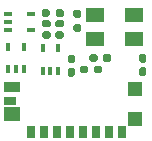
<source format=gtp>
%TF.GenerationSoftware,KiCad,Pcbnew,(5.1.9)-1*%
%TF.CreationDate,2021-08-06T11:33:52+02:00*%
%TF.ProjectId,PumpkinPi,50756d70-6b69-46e5-9069-2e6b69636164,rev?*%
%TF.SameCoordinates,Original*%
%TF.FileFunction,Paste,Top*%
%TF.FilePolarity,Positive*%
%FSLAX46Y46*%
G04 Gerber Fmt 4.6, Leading zero omitted, Abs format (unit mm)*
G04 Created by KiCad (PCBNEW (5.1.9)-1) date 2021-08-06 11:33:52*
%MOMM*%
%LPD*%
G01*
G04 APERTURE LIST*
%ADD10R,0.400000X0.650000*%
%ADD11R,1.150000X1.200000*%
%ADD12R,1.400000X0.900000*%
%ADD13R,1.000000X0.700000*%
%ADD14R,1.450000X1.200000*%
%ADD15R,0.700000X1.000000*%
%ADD16R,0.650000X0.400000*%
%ADD17R,1.600000X1.300000*%
G04 APERTURE END LIST*
D10*
%TO.C,U4*%
X103708440Y-93797160D03*
X105008440Y-93797160D03*
X104358440Y-93797160D03*
X105008440Y-91897160D03*
X103708440Y-91897160D03*
%TD*%
%TO.C,C1*%
G36*
G01*
X103639340Y-90919360D02*
X103639340Y-90609360D01*
G75*
G02*
X103794340Y-90454360I155000J0D01*
G01*
X104219340Y-90454360D01*
G75*
G02*
X104374340Y-90609360I0J-155000D01*
G01*
X104374340Y-90919360D01*
G75*
G02*
X104219340Y-91074360I-155000J0D01*
G01*
X103794340Y-91074360D01*
G75*
G02*
X103639340Y-90919360I0J155000D01*
G01*
G37*
G36*
G01*
X104774340Y-90919360D02*
X104774340Y-90609360D01*
G75*
G02*
X104929340Y-90454360I155000J0D01*
G01*
X105354340Y-90454360D01*
G75*
G02*
X105509340Y-90609360I0J-155000D01*
G01*
X105509340Y-90919360D01*
G75*
G02*
X105354340Y-91074360I-155000J0D01*
G01*
X104929340Y-91074360D01*
G75*
G02*
X104774340Y-90919360I0J155000D01*
G01*
G37*
%TD*%
%TO.C,C2*%
G36*
G01*
X103644420Y-89969400D02*
X103644420Y-89659400D01*
G75*
G02*
X103799420Y-89504400I155000J0D01*
G01*
X104224420Y-89504400D01*
G75*
G02*
X104379420Y-89659400I0J-155000D01*
G01*
X104379420Y-89969400D01*
G75*
G02*
X104224420Y-90124400I-155000J0D01*
G01*
X103799420Y-90124400D01*
G75*
G02*
X103644420Y-89969400I0J155000D01*
G01*
G37*
G36*
G01*
X104779420Y-89969400D02*
X104779420Y-89659400D01*
G75*
G02*
X104934420Y-89504400I155000J0D01*
G01*
X105359420Y-89504400D01*
G75*
G02*
X105514420Y-89659400I0J-155000D01*
G01*
X105514420Y-89969400D01*
G75*
G02*
X105359420Y-90124400I-155000J0D01*
G01*
X104934420Y-90124400D01*
G75*
G02*
X104779420Y-89969400I0J155000D01*
G01*
G37*
%TD*%
%TO.C,C3*%
G36*
G01*
X106278740Y-93160240D02*
X105968740Y-93160240D01*
G75*
G02*
X105813740Y-93005240I0J155000D01*
G01*
X105813740Y-92580240D01*
G75*
G02*
X105968740Y-92425240I155000J0D01*
G01*
X106278740Y-92425240D01*
G75*
G02*
X106433740Y-92580240I0J-155000D01*
G01*
X106433740Y-93005240D01*
G75*
G02*
X106278740Y-93160240I-155000J0D01*
G01*
G37*
G36*
G01*
X106278740Y-94295240D02*
X105968740Y-94295240D01*
G75*
G02*
X105813740Y-94140240I0J155000D01*
G01*
X105813740Y-93715240D01*
G75*
G02*
X105968740Y-93560240I155000J0D01*
G01*
X106278740Y-93560240D01*
G75*
G02*
X106433740Y-93715240I0J-155000D01*
G01*
X106433740Y-94140240D01*
G75*
G02*
X106278740Y-94295240I-155000J0D01*
G01*
G37*
%TD*%
%TO.C,C11*%
G36*
G01*
X112021560Y-92369360D02*
X112331560Y-92369360D01*
G75*
G02*
X112486560Y-92524360I0J-155000D01*
G01*
X112486560Y-92949360D01*
G75*
G02*
X112331560Y-93104360I-155000J0D01*
G01*
X112021560Y-93104360D01*
G75*
G02*
X111866560Y-92949360I0J155000D01*
G01*
X111866560Y-92524360D01*
G75*
G02*
X112021560Y-92369360I155000J0D01*
G01*
G37*
G36*
G01*
X112021560Y-93504360D02*
X112331560Y-93504360D01*
G75*
G02*
X112486560Y-93659360I0J-155000D01*
G01*
X112486560Y-94084360D01*
G75*
G02*
X112331560Y-94239360I-155000J0D01*
G01*
X112021560Y-94239360D01*
G75*
G02*
X111866560Y-94084360I0J155000D01*
G01*
X111866560Y-93659360D01*
G75*
G02*
X112021560Y-93504360I155000J0D01*
G01*
G37*
%TD*%
%TO.C,C12*%
G36*
G01*
X109520000Y-92555000D02*
X109520000Y-92865000D01*
G75*
G02*
X109365000Y-93020000I-155000J0D01*
G01*
X108940000Y-93020000D01*
G75*
G02*
X108785000Y-92865000I0J155000D01*
G01*
X108785000Y-92555000D01*
G75*
G02*
X108940000Y-92400000I155000J0D01*
G01*
X109365000Y-92400000D01*
G75*
G02*
X109520000Y-92555000I0J-155000D01*
G01*
G37*
G36*
G01*
X108385000Y-92555000D02*
X108385000Y-92865000D01*
G75*
G02*
X108230000Y-93020000I-155000J0D01*
G01*
X107805000Y-93020000D01*
G75*
G02*
X107650000Y-92865000I0J155000D01*
G01*
X107650000Y-92555000D01*
G75*
G02*
X107805000Y-92400000I155000J0D01*
G01*
X108230000Y-92400000D01*
G75*
G02*
X108385000Y-92555000I0J-155000D01*
G01*
G37*
%TD*%
D11*
%TO.C,J3*%
X111525000Y-95311000D03*
X111525000Y-97901000D03*
D12*
X101100000Y-95161000D03*
D13*
X100900000Y-96311000D03*
D14*
X101125000Y-97461000D03*
D15*
X110450000Y-98951000D03*
X109350000Y-98951000D03*
X108250000Y-98951000D03*
X107150000Y-98951000D03*
X106050000Y-98951000D03*
X104950000Y-98951000D03*
X103850000Y-98951000D03*
X102750000Y-98951000D03*
%TD*%
%TO.C,R7*%
G36*
G01*
X106840060Y-93845360D02*
X106840060Y-93525360D01*
G75*
G02*
X107000060Y-93365360I160000J0D01*
G01*
X107395060Y-93365360D01*
G75*
G02*
X107555060Y-93525360I0J-160000D01*
G01*
X107555060Y-93845360D01*
G75*
G02*
X107395060Y-94005360I-160000J0D01*
G01*
X107000060Y-94005360D01*
G75*
G02*
X106840060Y-93845360I0J160000D01*
G01*
G37*
G36*
G01*
X108035060Y-93845360D02*
X108035060Y-93525360D01*
G75*
G02*
X108195060Y-93365360I160000J0D01*
G01*
X108590060Y-93365360D01*
G75*
G02*
X108750060Y-93525360I0J-160000D01*
G01*
X108750060Y-93845360D01*
G75*
G02*
X108590060Y-94005360I-160000J0D01*
G01*
X108195060Y-94005360D01*
G75*
G02*
X108035060Y-93845360I0J160000D01*
G01*
G37*
%TD*%
%TO.C,R8*%
G36*
G01*
X104809260Y-89062540D02*
X104809260Y-88742540D01*
G75*
G02*
X104969260Y-88582540I160000J0D01*
G01*
X105364260Y-88582540D01*
G75*
G02*
X105524260Y-88742540I0J-160000D01*
G01*
X105524260Y-89062540D01*
G75*
G02*
X105364260Y-89222540I-160000J0D01*
G01*
X104969260Y-89222540D01*
G75*
G02*
X104809260Y-89062540I0J160000D01*
G01*
G37*
G36*
G01*
X103614260Y-89062540D02*
X103614260Y-88742540D01*
G75*
G02*
X103774260Y-88582540I160000J0D01*
G01*
X104169260Y-88582540D01*
G75*
G02*
X104329260Y-88742540I0J-160000D01*
G01*
X104329260Y-89062540D01*
G75*
G02*
X104169260Y-89222540I-160000J0D01*
G01*
X103774260Y-89222540D01*
G75*
G02*
X103614260Y-89062540I0J160000D01*
G01*
G37*
%TD*%
%TO.C,R9*%
G36*
G01*
X106471740Y-88605400D02*
X106791740Y-88605400D01*
G75*
G02*
X106951740Y-88765400I0J-160000D01*
G01*
X106951740Y-89160400D01*
G75*
G02*
X106791740Y-89320400I-160000J0D01*
G01*
X106471740Y-89320400D01*
G75*
G02*
X106311740Y-89160400I0J160000D01*
G01*
X106311740Y-88765400D01*
G75*
G02*
X106471740Y-88605400I160000J0D01*
G01*
G37*
G36*
G01*
X106471740Y-89800400D02*
X106791740Y-89800400D01*
G75*
G02*
X106951740Y-89960400I0J-160000D01*
G01*
X106951740Y-90355400D01*
G75*
G02*
X106791740Y-90515400I-160000J0D01*
G01*
X106471740Y-90515400D01*
G75*
G02*
X106311740Y-90355400I0J160000D01*
G01*
X106311740Y-89960400D01*
G75*
G02*
X106471740Y-89800400I160000J0D01*
G01*
G37*
%TD*%
D10*
%TO.C,U2*%
X100808000Y-93660000D03*
X102108000Y-93660000D03*
X101458000Y-93660000D03*
X102108000Y-91760000D03*
X100808000Y-91760000D03*
%TD*%
D16*
%TO.C,U3*%
X102677000Y-89012000D03*
X102677000Y-90312000D03*
X100777000Y-89662000D03*
X100777000Y-90312000D03*
X100777000Y-89012000D03*
%TD*%
D17*
%TO.C,Y1*%
X111474520Y-89058240D03*
X108174520Y-89058240D03*
X108174520Y-91058240D03*
X111474520Y-91058240D03*
%TD*%
M02*

</source>
